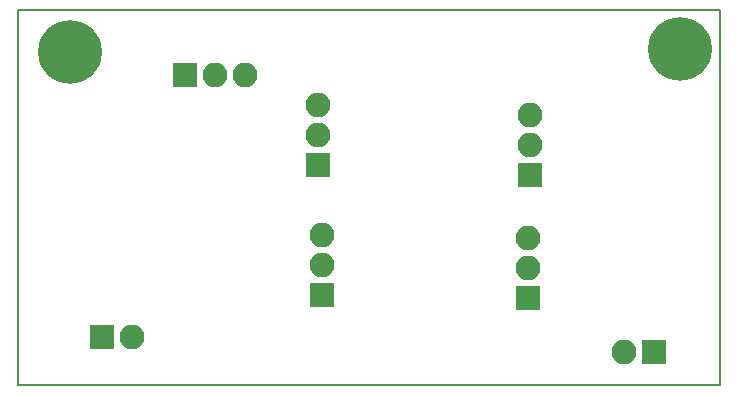
<source format=gbr>
G04 #@! TF.FileFunction,Soldermask,Bot*
%FSLAX46Y46*%
G04 Gerber Fmt 4.6, Leading zero omitted, Abs format (unit mm)*
G04 Created by KiCad (PCBNEW 4.0.6) date 07/10/17 08:56:55*
%MOMM*%
%LPD*%
G01*
G04 APERTURE LIST*
%ADD10C,0.100000*%
%ADD11C,0.150000*%
%ADD12C,5.400000*%
%ADD13R,2.100000X2.100000*%
%ADD14O,2.100000X2.100000*%
G04 APERTURE END LIST*
D10*
D11*
X92102000Y-60452000D02*
X32666000Y-60452000D01*
X92102000Y-28702000D02*
X92102000Y-60452000D01*
X32666000Y-60452000D02*
X32666000Y-28702000D01*
X32666000Y-28702000D02*
X33428000Y-28702000D01*
X33428000Y-28702000D02*
X92102000Y-28702000D01*
D12*
X88690000Y-31990000D03*
D13*
X75846000Y-53086000D03*
D14*
X75846000Y-50546000D03*
X75846000Y-48006000D03*
D13*
X75950000Y-42720000D03*
D14*
X75950000Y-40180000D03*
X75950000Y-37640000D03*
D13*
X58020000Y-41870000D03*
D14*
X58020000Y-39330000D03*
X58020000Y-36790000D03*
D13*
X58400000Y-52840000D03*
D14*
X58400000Y-50300000D03*
X58400000Y-47760000D03*
D13*
X39778000Y-56388000D03*
D14*
X42318000Y-56388000D03*
D13*
X86514000Y-57658000D03*
D14*
X83974000Y-57658000D03*
D13*
X46740000Y-34250000D03*
D14*
X49280000Y-34250000D03*
X51820000Y-34250000D03*
D12*
X37010000Y-32270000D03*
M02*

</source>
